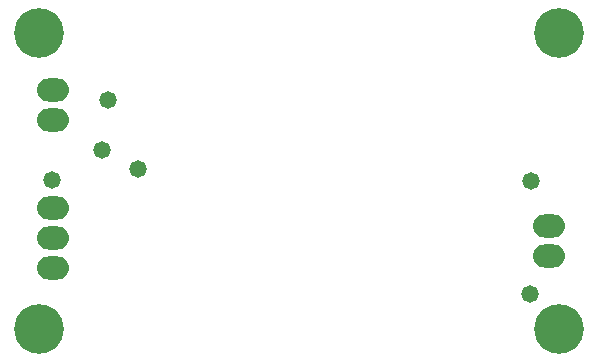
<source format=gbs>
G04*
G04 #@! TF.GenerationSoftware,Altium Limited,Altium Designer,23.3.1 (30)*
G04*
G04 Layer_Color=16711935*
%FSLAX25Y25*%
%MOIN*%
G70*
G04*
G04 #@! TF.SameCoordinates,276AF690-C454-4130-B770-83727FADBF24*
G04*
G04*
G04 #@! TF.FilePolarity,Negative*
G04*
G01*
G75*
%ADD32O,0.10642X0.07690*%
%ADD33C,0.16548*%
%ADD34C,0.05800*%
D32*
X347000Y339500D02*
D03*
Y329500D02*
D03*
Y300000D02*
D03*
Y290000D02*
D03*
Y280000D02*
D03*
X512500Y284000D02*
D03*
Y294000D02*
D03*
D33*
X342520Y358268D02*
D03*
X515748D02*
D03*
X342520Y259842D02*
D03*
X515748D02*
D03*
D34*
X375500Y313000D02*
D03*
X363500Y319500D02*
D03*
X506500Y309000D02*
D03*
X365500Y336000D02*
D03*
X506000Y271500D02*
D03*
X346750Y309250D02*
D03*
M02*

</source>
